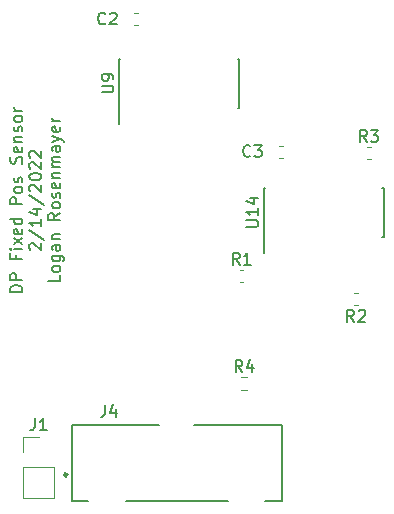
<source format=gbr>
%TF.GenerationSoftware,KiCad,Pcbnew,(6.0.0)*%
%TF.CreationDate,2022-02-14T22:10:37-06:00*%
%TF.ProjectId,MA710_encoder,4d413731-305f-4656-9e63-6f6465722e6b,rev?*%
%TF.SameCoordinates,Original*%
%TF.FileFunction,Legend,Top*%
%TF.FilePolarity,Positive*%
%FSLAX46Y46*%
G04 Gerber Fmt 4.6, Leading zero omitted, Abs format (unit mm)*
G04 Created by KiCad (PCBNEW (6.0.0)) date 2022-02-14 22:10:37*
%MOMM*%
%LPD*%
G01*
G04 APERTURE LIST*
%ADD10C,0.150000*%
%ADD11C,0.120000*%
%ADD12C,0.127000*%
%ADD13C,0.280000*%
G04 APERTURE END LIST*
D10*
X151242380Y-123054095D02*
X150242380Y-123054095D01*
X150242380Y-122816000D01*
X150290000Y-122673142D01*
X150385238Y-122577904D01*
X150480476Y-122530285D01*
X150670952Y-122482666D01*
X150813809Y-122482666D01*
X151004285Y-122530285D01*
X151099523Y-122577904D01*
X151194761Y-122673142D01*
X151242380Y-122816000D01*
X151242380Y-123054095D01*
X151242380Y-122054095D02*
X150242380Y-122054095D01*
X150242380Y-121673142D01*
X150290000Y-121577904D01*
X150337619Y-121530285D01*
X150432857Y-121482666D01*
X150575714Y-121482666D01*
X150670952Y-121530285D01*
X150718571Y-121577904D01*
X150766190Y-121673142D01*
X150766190Y-122054095D01*
X150718571Y-119958857D02*
X150718571Y-120292190D01*
X151242380Y-120292190D02*
X150242380Y-120292190D01*
X150242380Y-119816000D01*
X151242380Y-119435047D02*
X150575714Y-119435047D01*
X150242380Y-119435047D02*
X150290000Y-119482666D01*
X150337619Y-119435047D01*
X150290000Y-119387428D01*
X150242380Y-119435047D01*
X150337619Y-119435047D01*
X151242380Y-119054095D02*
X150575714Y-118530285D01*
X150575714Y-119054095D02*
X151242380Y-118530285D01*
X151194761Y-117768380D02*
X151242380Y-117863619D01*
X151242380Y-118054095D01*
X151194761Y-118149333D01*
X151099523Y-118196952D01*
X150718571Y-118196952D01*
X150623333Y-118149333D01*
X150575714Y-118054095D01*
X150575714Y-117863619D01*
X150623333Y-117768380D01*
X150718571Y-117720761D01*
X150813809Y-117720761D01*
X150909047Y-118196952D01*
X151242380Y-116863619D02*
X150242380Y-116863619D01*
X151194761Y-116863619D02*
X151242380Y-116958857D01*
X151242380Y-117149333D01*
X151194761Y-117244571D01*
X151147142Y-117292190D01*
X151051904Y-117339809D01*
X150766190Y-117339809D01*
X150670952Y-117292190D01*
X150623333Y-117244571D01*
X150575714Y-117149333D01*
X150575714Y-116958857D01*
X150623333Y-116863619D01*
X151242380Y-115625523D02*
X150242380Y-115625523D01*
X150242380Y-115244571D01*
X150290000Y-115149333D01*
X150337619Y-115101714D01*
X150432857Y-115054095D01*
X150575714Y-115054095D01*
X150670952Y-115101714D01*
X150718571Y-115149333D01*
X150766190Y-115244571D01*
X150766190Y-115625523D01*
X151242380Y-114482666D02*
X151194761Y-114577904D01*
X151147142Y-114625523D01*
X151051904Y-114673142D01*
X150766190Y-114673142D01*
X150670952Y-114625523D01*
X150623333Y-114577904D01*
X150575714Y-114482666D01*
X150575714Y-114339809D01*
X150623333Y-114244571D01*
X150670952Y-114196952D01*
X150766190Y-114149333D01*
X151051904Y-114149333D01*
X151147142Y-114196952D01*
X151194761Y-114244571D01*
X151242380Y-114339809D01*
X151242380Y-114482666D01*
X151194761Y-113768380D02*
X151242380Y-113673142D01*
X151242380Y-113482666D01*
X151194761Y-113387428D01*
X151099523Y-113339809D01*
X151051904Y-113339809D01*
X150956666Y-113387428D01*
X150909047Y-113482666D01*
X150909047Y-113625523D01*
X150861428Y-113720761D01*
X150766190Y-113768380D01*
X150718571Y-113768380D01*
X150623333Y-113720761D01*
X150575714Y-113625523D01*
X150575714Y-113482666D01*
X150623333Y-113387428D01*
X151194761Y-112196952D02*
X151242380Y-112054095D01*
X151242380Y-111816000D01*
X151194761Y-111720761D01*
X151147142Y-111673142D01*
X151051904Y-111625523D01*
X150956666Y-111625523D01*
X150861428Y-111673142D01*
X150813809Y-111720761D01*
X150766190Y-111816000D01*
X150718571Y-112006476D01*
X150670952Y-112101714D01*
X150623333Y-112149333D01*
X150528095Y-112196952D01*
X150432857Y-112196952D01*
X150337619Y-112149333D01*
X150290000Y-112101714D01*
X150242380Y-112006476D01*
X150242380Y-111768380D01*
X150290000Y-111625523D01*
X151194761Y-110816000D02*
X151242380Y-110911238D01*
X151242380Y-111101714D01*
X151194761Y-111196952D01*
X151099523Y-111244571D01*
X150718571Y-111244571D01*
X150623333Y-111196952D01*
X150575714Y-111101714D01*
X150575714Y-110911238D01*
X150623333Y-110816000D01*
X150718571Y-110768380D01*
X150813809Y-110768380D01*
X150909047Y-111244571D01*
X150575714Y-110339809D02*
X151242380Y-110339809D01*
X150670952Y-110339809D02*
X150623333Y-110292190D01*
X150575714Y-110196952D01*
X150575714Y-110054095D01*
X150623333Y-109958857D01*
X150718571Y-109911238D01*
X151242380Y-109911238D01*
X151194761Y-109482666D02*
X151242380Y-109387428D01*
X151242380Y-109196952D01*
X151194761Y-109101714D01*
X151099523Y-109054095D01*
X151051904Y-109054095D01*
X150956666Y-109101714D01*
X150909047Y-109196952D01*
X150909047Y-109339809D01*
X150861428Y-109435047D01*
X150766190Y-109482666D01*
X150718571Y-109482666D01*
X150623333Y-109435047D01*
X150575714Y-109339809D01*
X150575714Y-109196952D01*
X150623333Y-109101714D01*
X151242380Y-108482666D02*
X151194761Y-108577904D01*
X151147142Y-108625523D01*
X151051904Y-108673142D01*
X150766190Y-108673142D01*
X150670952Y-108625523D01*
X150623333Y-108577904D01*
X150575714Y-108482666D01*
X150575714Y-108339809D01*
X150623333Y-108244571D01*
X150670952Y-108196952D01*
X150766190Y-108149333D01*
X151051904Y-108149333D01*
X151147142Y-108196952D01*
X151194761Y-108244571D01*
X151242380Y-108339809D01*
X151242380Y-108482666D01*
X151242380Y-107720761D02*
X150575714Y-107720761D01*
X150766190Y-107720761D02*
X150670952Y-107673142D01*
X150623333Y-107625523D01*
X150575714Y-107530285D01*
X150575714Y-107435047D01*
X151947619Y-119506476D02*
X151900000Y-119458857D01*
X151852380Y-119363619D01*
X151852380Y-119125523D01*
X151900000Y-119030285D01*
X151947619Y-118982666D01*
X152042857Y-118935047D01*
X152138095Y-118935047D01*
X152280952Y-118982666D01*
X152852380Y-119554095D01*
X152852380Y-118935047D01*
X151804761Y-117792190D02*
X153090476Y-118649333D01*
X152852380Y-116935047D02*
X152852380Y-117506476D01*
X152852380Y-117220761D02*
X151852380Y-117220761D01*
X151995238Y-117316000D01*
X152090476Y-117411238D01*
X152138095Y-117506476D01*
X152185714Y-116077904D02*
X152852380Y-116077904D01*
X151804761Y-116316000D02*
X152519047Y-116554095D01*
X152519047Y-115935047D01*
X151804761Y-114839809D02*
X153090476Y-115696952D01*
X151947619Y-114554095D02*
X151900000Y-114506476D01*
X151852380Y-114411238D01*
X151852380Y-114173142D01*
X151900000Y-114077904D01*
X151947619Y-114030285D01*
X152042857Y-113982666D01*
X152138095Y-113982666D01*
X152280952Y-114030285D01*
X152852380Y-114601714D01*
X152852380Y-113982666D01*
X151852380Y-113363619D02*
X151852380Y-113268380D01*
X151900000Y-113173142D01*
X151947619Y-113125523D01*
X152042857Y-113077904D01*
X152233333Y-113030285D01*
X152471428Y-113030285D01*
X152661904Y-113077904D01*
X152757142Y-113125523D01*
X152804761Y-113173142D01*
X152852380Y-113268380D01*
X152852380Y-113363619D01*
X152804761Y-113458857D01*
X152757142Y-113506476D01*
X152661904Y-113554095D01*
X152471428Y-113601714D01*
X152233333Y-113601714D01*
X152042857Y-113554095D01*
X151947619Y-113506476D01*
X151900000Y-113458857D01*
X151852380Y-113363619D01*
X151947619Y-112649333D02*
X151900000Y-112601714D01*
X151852380Y-112506476D01*
X151852380Y-112268380D01*
X151900000Y-112173142D01*
X151947619Y-112125523D01*
X152042857Y-112077904D01*
X152138095Y-112077904D01*
X152280952Y-112125523D01*
X152852380Y-112696952D01*
X152852380Y-112077904D01*
X151947619Y-111696952D02*
X151900000Y-111649333D01*
X151852380Y-111554095D01*
X151852380Y-111316000D01*
X151900000Y-111220761D01*
X151947619Y-111173142D01*
X152042857Y-111125523D01*
X152138095Y-111125523D01*
X152280952Y-111173142D01*
X152852380Y-111744571D01*
X152852380Y-111125523D01*
X154462380Y-121673142D02*
X154462380Y-122149333D01*
X153462380Y-122149333D01*
X154462380Y-121196952D02*
X154414761Y-121292190D01*
X154367142Y-121339809D01*
X154271904Y-121387428D01*
X153986190Y-121387428D01*
X153890952Y-121339809D01*
X153843333Y-121292190D01*
X153795714Y-121196952D01*
X153795714Y-121054095D01*
X153843333Y-120958857D01*
X153890952Y-120911238D01*
X153986190Y-120863619D01*
X154271904Y-120863619D01*
X154367142Y-120911238D01*
X154414761Y-120958857D01*
X154462380Y-121054095D01*
X154462380Y-121196952D01*
X153795714Y-120006476D02*
X154605238Y-120006476D01*
X154700476Y-120054095D01*
X154748095Y-120101714D01*
X154795714Y-120196952D01*
X154795714Y-120339809D01*
X154748095Y-120435047D01*
X154414761Y-120006476D02*
X154462380Y-120101714D01*
X154462380Y-120292190D01*
X154414761Y-120387428D01*
X154367142Y-120435047D01*
X154271904Y-120482666D01*
X153986190Y-120482666D01*
X153890952Y-120435047D01*
X153843333Y-120387428D01*
X153795714Y-120292190D01*
X153795714Y-120101714D01*
X153843333Y-120006476D01*
X154462380Y-119101714D02*
X153938571Y-119101714D01*
X153843333Y-119149333D01*
X153795714Y-119244571D01*
X153795714Y-119435047D01*
X153843333Y-119530285D01*
X154414761Y-119101714D02*
X154462380Y-119196952D01*
X154462380Y-119435047D01*
X154414761Y-119530285D01*
X154319523Y-119577904D01*
X154224285Y-119577904D01*
X154129047Y-119530285D01*
X154081428Y-119435047D01*
X154081428Y-119196952D01*
X154033809Y-119101714D01*
X153795714Y-118625523D02*
X154462380Y-118625523D01*
X153890952Y-118625523D02*
X153843333Y-118577904D01*
X153795714Y-118482666D01*
X153795714Y-118339809D01*
X153843333Y-118244571D01*
X153938571Y-118196952D01*
X154462380Y-118196952D01*
X154462380Y-116387428D02*
X153986190Y-116720761D01*
X154462380Y-116958857D02*
X153462380Y-116958857D01*
X153462380Y-116577904D01*
X153510000Y-116482666D01*
X153557619Y-116435047D01*
X153652857Y-116387428D01*
X153795714Y-116387428D01*
X153890952Y-116435047D01*
X153938571Y-116482666D01*
X153986190Y-116577904D01*
X153986190Y-116958857D01*
X154462380Y-115816000D02*
X154414761Y-115911238D01*
X154367142Y-115958857D01*
X154271904Y-116006476D01*
X153986190Y-116006476D01*
X153890952Y-115958857D01*
X153843333Y-115911238D01*
X153795714Y-115816000D01*
X153795714Y-115673142D01*
X153843333Y-115577904D01*
X153890952Y-115530285D01*
X153986190Y-115482666D01*
X154271904Y-115482666D01*
X154367142Y-115530285D01*
X154414761Y-115577904D01*
X154462380Y-115673142D01*
X154462380Y-115816000D01*
X154414761Y-115101714D02*
X154462380Y-115006476D01*
X154462380Y-114816000D01*
X154414761Y-114720761D01*
X154319523Y-114673142D01*
X154271904Y-114673142D01*
X154176666Y-114720761D01*
X154129047Y-114816000D01*
X154129047Y-114958857D01*
X154081428Y-115054095D01*
X153986190Y-115101714D01*
X153938571Y-115101714D01*
X153843333Y-115054095D01*
X153795714Y-114958857D01*
X153795714Y-114816000D01*
X153843333Y-114720761D01*
X154414761Y-113863619D02*
X154462380Y-113958857D01*
X154462380Y-114149333D01*
X154414761Y-114244571D01*
X154319523Y-114292190D01*
X153938571Y-114292190D01*
X153843333Y-114244571D01*
X153795714Y-114149333D01*
X153795714Y-113958857D01*
X153843333Y-113863619D01*
X153938571Y-113816000D01*
X154033809Y-113816000D01*
X154129047Y-114292190D01*
X153795714Y-113387428D02*
X154462380Y-113387428D01*
X153890952Y-113387428D02*
X153843333Y-113339809D01*
X153795714Y-113244571D01*
X153795714Y-113101714D01*
X153843333Y-113006476D01*
X153938571Y-112958857D01*
X154462380Y-112958857D01*
X154462380Y-112482666D02*
X153795714Y-112482666D01*
X153890952Y-112482666D02*
X153843333Y-112435047D01*
X153795714Y-112339809D01*
X153795714Y-112196952D01*
X153843333Y-112101714D01*
X153938571Y-112054095D01*
X154462380Y-112054095D01*
X153938571Y-112054095D02*
X153843333Y-112006476D01*
X153795714Y-111911238D01*
X153795714Y-111768380D01*
X153843333Y-111673142D01*
X153938571Y-111625523D01*
X154462380Y-111625523D01*
X154462380Y-110720761D02*
X153938571Y-110720761D01*
X153843333Y-110768380D01*
X153795714Y-110863619D01*
X153795714Y-111054095D01*
X153843333Y-111149333D01*
X154414761Y-110720761D02*
X154462380Y-110816000D01*
X154462380Y-111054095D01*
X154414761Y-111149333D01*
X154319523Y-111196952D01*
X154224285Y-111196952D01*
X154129047Y-111149333D01*
X154081428Y-111054095D01*
X154081428Y-110816000D01*
X154033809Y-110720761D01*
X153795714Y-110339809D02*
X154462380Y-110101714D01*
X153795714Y-109863619D02*
X154462380Y-110101714D01*
X154700476Y-110196952D01*
X154748095Y-110244571D01*
X154795714Y-110339809D01*
X154414761Y-109101714D02*
X154462380Y-109196952D01*
X154462380Y-109387428D01*
X154414761Y-109482666D01*
X154319523Y-109530285D01*
X153938571Y-109530285D01*
X153843333Y-109482666D01*
X153795714Y-109387428D01*
X153795714Y-109196952D01*
X153843333Y-109101714D01*
X153938571Y-109054095D01*
X154033809Y-109054095D01*
X154129047Y-109530285D01*
X154462380Y-108625523D02*
X153795714Y-108625523D01*
X153986190Y-108625523D02*
X153890952Y-108577904D01*
X153843333Y-108530285D01*
X153795714Y-108435047D01*
X153795714Y-108339809D01*
%TO.C,J1*%
X152320666Y-133774380D02*
X152320666Y-134488666D01*
X152273047Y-134631523D01*
X152177809Y-134726761D01*
X152034952Y-134774380D01*
X151939714Y-134774380D01*
X153320666Y-134774380D02*
X152749238Y-134774380D01*
X153034952Y-134774380D02*
X153034952Y-133774380D01*
X152939714Y-133917238D01*
X152844476Y-134012476D01*
X152749238Y-134060095D01*
%TO.C,C2*%
X158304333Y-100331142D02*
X158256714Y-100378761D01*
X158113857Y-100426380D01*
X158018619Y-100426380D01*
X157875761Y-100378761D01*
X157780523Y-100283523D01*
X157732904Y-100188285D01*
X157685285Y-99997809D01*
X157685285Y-99854952D01*
X157732904Y-99664476D01*
X157780523Y-99569238D01*
X157875761Y-99474000D01*
X158018619Y-99426380D01*
X158113857Y-99426380D01*
X158256714Y-99474000D01*
X158304333Y-99521619D01*
X158685285Y-99521619D02*
X158732904Y-99474000D01*
X158828142Y-99426380D01*
X159066238Y-99426380D01*
X159161476Y-99474000D01*
X159209095Y-99521619D01*
X159256714Y-99616857D01*
X159256714Y-99712095D01*
X159209095Y-99854952D01*
X158637666Y-100426380D01*
X159256714Y-100426380D01*
%TO.C,C3*%
X170572333Y-111545642D02*
X170524714Y-111593261D01*
X170381857Y-111640880D01*
X170286619Y-111640880D01*
X170143761Y-111593261D01*
X170048523Y-111498023D01*
X170000904Y-111402785D01*
X169953285Y-111212309D01*
X169953285Y-111069452D01*
X170000904Y-110878976D01*
X170048523Y-110783738D01*
X170143761Y-110688500D01*
X170286619Y-110640880D01*
X170381857Y-110640880D01*
X170524714Y-110688500D01*
X170572333Y-110736119D01*
X170905666Y-110640880D02*
X171524714Y-110640880D01*
X171191380Y-111021833D01*
X171334238Y-111021833D01*
X171429476Y-111069452D01*
X171477095Y-111117071D01*
X171524714Y-111212309D01*
X171524714Y-111450404D01*
X171477095Y-111545642D01*
X171429476Y-111593261D01*
X171334238Y-111640880D01*
X171048523Y-111640880D01*
X170953285Y-111593261D01*
X170905666Y-111545642D01*
%TO.C,R1*%
X169657833Y-120751880D02*
X169324500Y-120275690D01*
X169086404Y-120751880D02*
X169086404Y-119751880D01*
X169467357Y-119751880D01*
X169562595Y-119799500D01*
X169610214Y-119847119D01*
X169657833Y-119942357D01*
X169657833Y-120085214D01*
X169610214Y-120180452D01*
X169562595Y-120228071D01*
X169467357Y-120275690D01*
X169086404Y-120275690D01*
X170610214Y-120751880D02*
X170038785Y-120751880D01*
X170324500Y-120751880D02*
X170324500Y-119751880D01*
X170229261Y-119894738D01*
X170134023Y-119989976D01*
X170038785Y-120037595D01*
%TO.C,J4*%
X158267625Y-132648684D02*
X158267625Y-133364387D01*
X158219911Y-133507527D01*
X158124484Y-133602954D01*
X157981344Y-133650668D01*
X157885917Y-133650668D01*
X159174182Y-132982679D02*
X159174182Y-133650668D01*
X158935614Y-132600970D02*
X158697047Y-133316673D01*
X159317322Y-133316673D01*
%TO.C,U9*%
X157980880Y-106171904D02*
X158790404Y-106171904D01*
X158885642Y-106124285D01*
X158933261Y-106076666D01*
X158980880Y-105981428D01*
X158980880Y-105790952D01*
X158933261Y-105695714D01*
X158885642Y-105648095D01*
X158790404Y-105600476D01*
X157980880Y-105600476D01*
X158980880Y-105076666D02*
X158980880Y-104886190D01*
X158933261Y-104790952D01*
X158885642Y-104743333D01*
X158742785Y-104648095D01*
X158552309Y-104600476D01*
X158171357Y-104600476D01*
X158076119Y-104648095D01*
X158028500Y-104695714D01*
X157980880Y-104790952D01*
X157980880Y-104981428D01*
X158028500Y-105076666D01*
X158076119Y-105124285D01*
X158171357Y-105171904D01*
X158409452Y-105171904D01*
X158504690Y-105124285D01*
X158552309Y-105076666D01*
X158599928Y-104981428D01*
X158599928Y-104790952D01*
X158552309Y-104695714D01*
X158504690Y-104648095D01*
X158409452Y-104600476D01*
%TO.C,U14*%
X170236380Y-117570095D02*
X171045904Y-117570095D01*
X171141142Y-117522476D01*
X171188761Y-117474857D01*
X171236380Y-117379619D01*
X171236380Y-117189142D01*
X171188761Y-117093904D01*
X171141142Y-117046285D01*
X171045904Y-116998666D01*
X170236380Y-116998666D01*
X171236380Y-115998666D02*
X171236380Y-116570095D01*
X171236380Y-116284380D02*
X170236380Y-116284380D01*
X170379238Y-116379619D01*
X170474476Y-116474857D01*
X170522095Y-116570095D01*
X170569714Y-115141523D02*
X171236380Y-115141523D01*
X170188761Y-115379619D02*
X170903047Y-115617714D01*
X170903047Y-114998666D01*
%TO.C,R3*%
X180427333Y-110370880D02*
X180094000Y-109894690D01*
X179855904Y-110370880D02*
X179855904Y-109370880D01*
X180236857Y-109370880D01*
X180332095Y-109418500D01*
X180379714Y-109466119D01*
X180427333Y-109561357D01*
X180427333Y-109704214D01*
X180379714Y-109799452D01*
X180332095Y-109847071D01*
X180236857Y-109894690D01*
X179855904Y-109894690D01*
X180760666Y-109370880D02*
X181379714Y-109370880D01*
X181046380Y-109751833D01*
X181189238Y-109751833D01*
X181284476Y-109799452D01*
X181332095Y-109847071D01*
X181379714Y-109942309D01*
X181379714Y-110180404D01*
X181332095Y-110275642D01*
X181284476Y-110323261D01*
X181189238Y-110370880D01*
X180903523Y-110370880D01*
X180808285Y-110323261D01*
X180760666Y-110275642D01*
%TO.C,R2*%
X179347833Y-125580380D02*
X179014500Y-125104190D01*
X178776404Y-125580380D02*
X178776404Y-124580380D01*
X179157357Y-124580380D01*
X179252595Y-124628000D01*
X179300214Y-124675619D01*
X179347833Y-124770857D01*
X179347833Y-124913714D01*
X179300214Y-125008952D01*
X179252595Y-125056571D01*
X179157357Y-125104190D01*
X178776404Y-125104190D01*
X179728785Y-124675619D02*
X179776404Y-124628000D01*
X179871642Y-124580380D01*
X180109738Y-124580380D01*
X180204976Y-124628000D01*
X180252595Y-124675619D01*
X180300214Y-124770857D01*
X180300214Y-124866095D01*
X180252595Y-125008952D01*
X179681166Y-125580380D01*
X180300214Y-125580380D01*
%TO.C,R4*%
X169886333Y-129832380D02*
X169553000Y-129356190D01*
X169314904Y-129832380D02*
X169314904Y-128832380D01*
X169695857Y-128832380D01*
X169791095Y-128880000D01*
X169838714Y-128927619D01*
X169886333Y-129022857D01*
X169886333Y-129165714D01*
X169838714Y-129260952D01*
X169791095Y-129308571D01*
X169695857Y-129356190D01*
X169314904Y-129356190D01*
X170743476Y-129165714D02*
X170743476Y-129832380D01*
X170505380Y-128784761D02*
X170267285Y-129499047D01*
X170886333Y-129499047D01*
D11*
%TO.C,J1*%
X151324000Y-140522000D02*
X153984000Y-140522000D01*
X151324000Y-137922000D02*
X151324000Y-140522000D01*
X153984000Y-137922000D02*
X153984000Y-140522000D01*
X151324000Y-137922000D02*
X153984000Y-137922000D01*
X151324000Y-136652000D02*
X151324000Y-135322000D01*
X151324000Y-135322000D02*
X152654000Y-135322000D01*
%TO.C,C2*%
X160720721Y-99439000D02*
X161046279Y-99439000D01*
X160720721Y-100459000D02*
X161046279Y-100459000D01*
%TO.C,C3*%
X172976221Y-111698500D02*
X173301779Y-111698500D01*
X172976221Y-110678500D02*
X173301779Y-110678500D01*
%TO.C,R1*%
X169661721Y-122239500D02*
X169987279Y-122239500D01*
X169661721Y-121219500D02*
X169987279Y-121219500D01*
D12*
%TO.C,J4*%
X168638000Y-140771000D02*
X160038000Y-140771000D01*
X173238000Y-140771000D02*
X171838000Y-140771000D01*
X173238000Y-134311000D02*
X173238000Y-140771000D01*
X155438000Y-134311000D02*
X162838000Y-134311000D01*
X155438000Y-140771000D02*
X156838000Y-140771000D01*
X155438000Y-140771000D02*
X155438000Y-134311000D01*
X173238000Y-134311000D02*
X165838000Y-134311000D01*
D13*
X155078000Y-138541000D02*
G75*
G03*
X155078000Y-138541000I-140000J0D01*
G01*
D10*
%TO.C,U9*%
X169603500Y-107485000D02*
X169603500Y-103335000D01*
X159453500Y-103335000D02*
X159558500Y-103335000D01*
X169603500Y-103335000D02*
X169498500Y-103335000D01*
X159453500Y-107485000D02*
X159478500Y-107485000D01*
X159478500Y-107485000D02*
X159478500Y-108860000D01*
X169603500Y-107485000D02*
X169498500Y-107485000D01*
X159453500Y-107485000D02*
X159453500Y-103335000D01*
%TO.C,U14*%
X181859000Y-118407000D02*
X181754000Y-118407000D01*
X171709000Y-118407000D02*
X171734000Y-118407000D01*
X181859000Y-114257000D02*
X181754000Y-114257000D01*
X171734000Y-118407000D02*
X171734000Y-119782000D01*
X171709000Y-118407000D02*
X171709000Y-114257000D01*
X171709000Y-114257000D02*
X171814000Y-114257000D01*
X181859000Y-118407000D02*
X181859000Y-114257000D01*
D11*
%TO.C,R3*%
X180756779Y-110805500D02*
X180431221Y-110805500D01*
X180756779Y-111825500D02*
X180431221Y-111825500D01*
%TO.C,R2*%
X179677279Y-123188000D02*
X179351721Y-123188000D01*
X179677279Y-124208000D02*
X179351721Y-124208000D01*
%TO.C,R4*%
X169815742Y-130287500D02*
X170290258Y-130287500D01*
X169815742Y-131332500D02*
X170290258Y-131332500D01*
%TD*%
M02*

</source>
